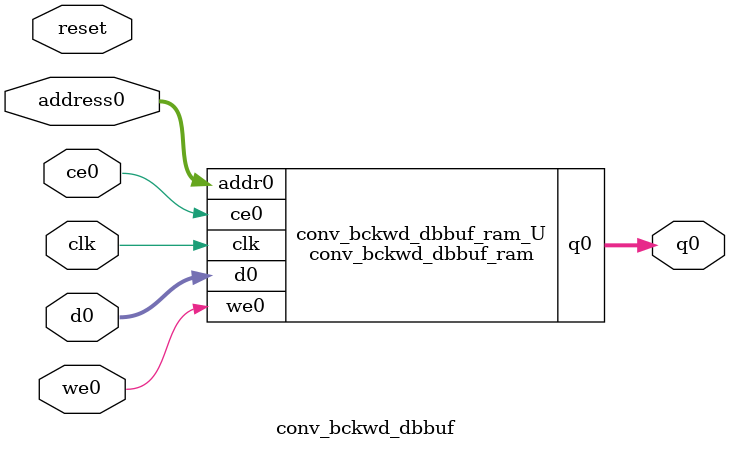
<source format=v>
`timescale 1 ns / 1 ps
module conv_bckwd_dbbuf_ram (addr0, ce0, d0, we0, q0,  clk);

parameter DWIDTH = 32;
parameter AWIDTH = 4;
parameter MEM_SIZE = 10;

input[AWIDTH-1:0] addr0;
input ce0;
input[DWIDTH-1:0] d0;
input we0;
output reg[DWIDTH-1:0] q0;
input clk;

reg [DWIDTH-1:0] ram[0:MEM_SIZE-1];




always @(posedge clk)  
begin 
    if (ce0) begin
        if (we0) 
            ram[addr0] <= d0; 
        q0 <= ram[addr0];
    end
end


endmodule

`timescale 1 ns / 1 ps
module conv_bckwd_dbbuf(
    reset,
    clk,
    address0,
    ce0,
    we0,
    d0,
    q0);

parameter DataWidth = 32'd32;
parameter AddressRange = 32'd10;
parameter AddressWidth = 32'd4;
input reset;
input clk;
input[AddressWidth - 1:0] address0;
input ce0;
input we0;
input[DataWidth - 1:0] d0;
output[DataWidth - 1:0] q0;



conv_bckwd_dbbuf_ram conv_bckwd_dbbuf_ram_U(
    .clk( clk ),
    .addr0( address0 ),
    .ce0( ce0 ),
    .we0( we0 ),
    .d0( d0 ),
    .q0( q0 ));

endmodule


</source>
